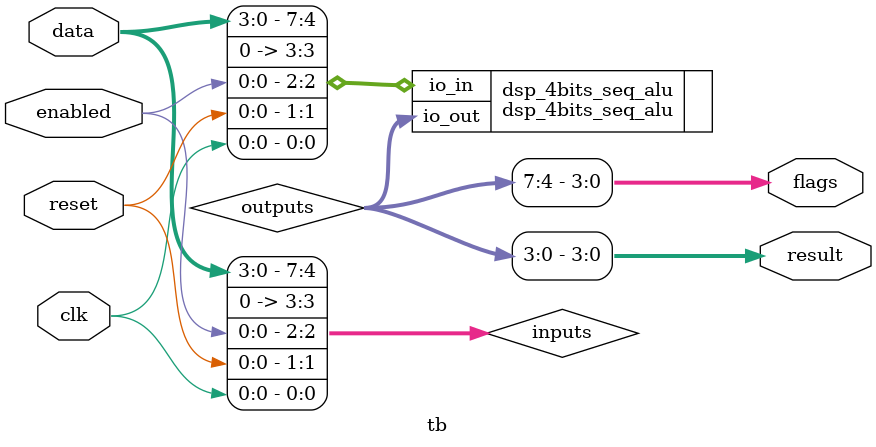
<source format=v>
`default_nettype none
`timescale 1ns/1ns

/*
this testbench just instantiates the module and makes some convenient wires
that can be driven / tested by the cocotb test.py
*/

module tb (
    // testbench is controlled by test.py
    input clk,
    input reset,
    input enabled,
    input [3:0] data,
    output [7:4] result,
    output [3:0] flags
   );

    // this part dumps the trace to a vcd file that can be viewed with GTKWave
    initial begin
        $dumpfile ("tb.vcd");
        $dumpvars (0, tb);
        #1;
    end

    // wire up the inputs and outputs
    wire [7:0] inputs = {data, 1'b0, enabled, reset, clk};
    wire [7:0] outputs;
    assign flags = outputs[7:4];
    assign result = outputs[3:0];

    // instantiate the DUT
    dsp_4bits_seq_alu dsp_4bits_seq_alu(
        .io_in  (inputs),
        .io_out (outputs)
        );

endmodule

</source>
